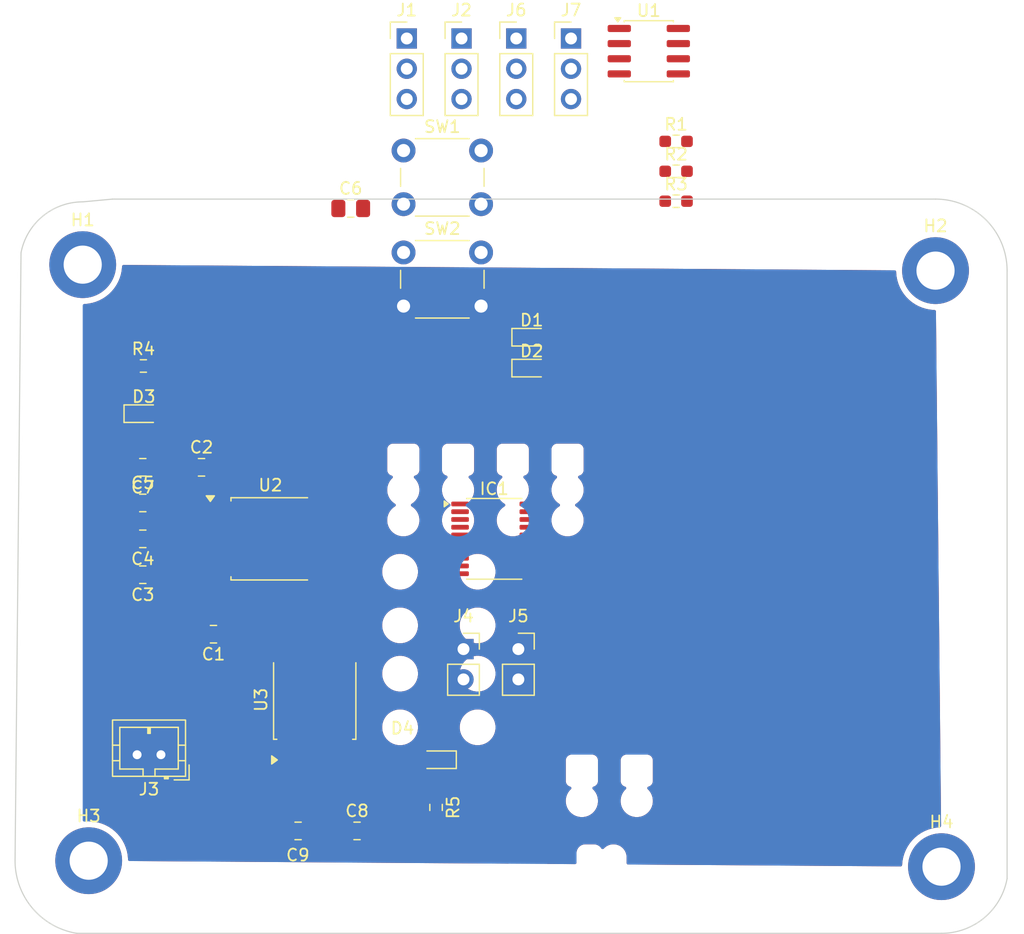
<source format=kicad_pcb>
(kicad_pcb (version 20241229) (generator "pcbnew") (generator_version "9.0")
  (layers (0 "F.Cu" signal) (2 "B.Cu" signal) (13 "F.Paste" user) (15 "B.Paste" user) (5 "F.SilkS" user "F.Silkscreen") (7 "B.SilkS" user "B.Silkscreen") (1 "F.Mask" user) (3 "B.Mask" user) (25 "Edge.Cuts" user))
  (net 0 "")
  (net 1 "ALIM_Trans")
  (net 2 "GND")
  (net 3 "VDD{slash}VDDA")
  (net 4 "NRST")
  (net 5 "Green_LED")
  (net 6 "Net-(D1-K)")
  (net 7 "LED_MOTEUR")
  (net 8 "Net-(D2-K)")
  (net 9 "Net-(D3-K)")
  (net 10 "Net-(D4-K)")
  (net 12 "TIM2_CH2")
  (net 13 "DEBUG_SWDIO")
  (net 16 "FDCAN1_RX")
  (net 19 "FDCAN1_TX")
  (net 20 "D_Botton")
  (net 21 "TIM2_CH1")
  (net 23 "DEBUG_SWCLK")
  (net 26 "CANH")
  (net 27 "CANL")
  (footprint "Resistor_SMD:R_0603_1608Metric_Pad0.98x0.95mm_HandSolder" (layer "F.Cu") (at 122.0875 73)
    (property "Reference" "R4" (at 0 -1.43 0) (layer "F.SilkS"))
    (property "Value" "330")
    (fp_line (start -0.254724 -0.5225) (end 0.254724 -0.5225) (stroke (width 0.12)) (layer "F.SilkS"))
    (fp_line (start -0.254724 0.5225) (end 0.254724 0.5225) (stroke (width 0.12)) (layer "F.SilkS"))
    (pad "1" smd roundrect (at -0.9125 0) (size 0.975 0.95) (layers "F.Cu" "F.Mask" "F.Paste") (net 9 "Net-(D3-K)"))
    (pad "2" smd roundrect (at 0.9125 0) (size 0.975 0.95) (layers "F.Cu" "F.Mask" "F.Paste") (net 2 "GND"))
  )
  (footprint "MountingHole:MountingHole_3.2mm_M3_DIN965_Pad" (layer "F.Cu") (at 117 64.5)
    (property "Reference" "H1" (at 0 -3.75 0) (layer "F.SilkS"))
    (property "Value" "MountingHole_Pad")
    (pad "1" thru_hole circle (at 0 0) (size 5.6 5.6) (drill 3.2) (layers "*.Cu" "*.Mask") (net 2 "GND"))
  )
  (footprint "Resistor_SMD:R_0603_1608Metric_Pad0.98x0.95mm_HandSolder" (layer "F.Cu") (at 166.75 54.1575)
    (property "Reference" "R1" (at 0 -1.43 0) (layer "F.SilkS"))
    (property "Value" "330")
    (fp_line (start -0.254724 -0.5225) (end 0.254724 -0.5225) (stroke (width 0.12)) (layer "F.SilkS"))
    (fp_line (start -0.254724 0.5225) (end 0.254724 0.5225) (stroke (width 0.12)) (layer "F.SilkS"))
    (pad "1" smd roundrect (at -0.9125 0) (size 0.975 0.95) (layers "F.Cu" "F.Mask" "F.Paste") (net 6 "Net-(D1-K)"))
    (pad "2" smd roundrect (at 0.9125 0) (size 0.975 0.95) (layers "F.Cu" "F.Mask" "F.Paste") (net 2 "GND"))
  )
  (footprint "Capacitor_SMD:C_0805_2012Metric_Pad1.18x1.45mm_HandSolder" (layer "F.Cu") (at 126.9625 81.5)
    (property "Reference" "C2" (at 0 -1.68 0) (layer "F.SilkS"))
    (property "Value" "10µF")
    (fp_line (start -0.261252 -0.735) (end 0.261252 -0.735) (stroke (width 0.12)) (layer "F.SilkS"))
    (fp_line (start -0.261252 0.735) (end 0.261252 0.735) (stroke (width 0.12)) (layer "F.SilkS"))
    (pad "1" smd roundrect (at -1.0375 0) (size 1.175 1.45) (layers "F.Cu" "F.Mask" "F.Paste") (roundrect_rratio 0.212766) (net 3 "VDD{slash}VDDA"))
    (pad "2" smd roundrect (at 1.0375 0) (size 1.175 1.45) (layers "F.Cu" "F.Mask" "F.Paste") (roundrect_rratio 0.212766) (net 2 "GND"))
  )
  (footprint "Capacitor_SMD:C_0805_2012Metric_Pad1.18x1.45mm_HandSolder" (layer "F.Cu") (at 127.9625 95.5 180)
    (property "Reference" "C1" (at 0 -1.68 0) (layer "F.SilkS"))
    (property "Value" "10µF")
    (fp_line (start -0.261252 0.735) (end 0.261252 0.735) (stroke (width 0.12)) (layer "F.SilkS"))
    (fp_line (start -0.261252 -0.735) (end 0.261252 -0.735) (stroke (width 0.12)) (layer "F.SilkS"))
    (pad "1" smd roundrect (at -1.0375 0 180) (size 1.175 1.45) (layers "F.Cu" "F.Mask" "F.Paste") (roundrect_rratio 0.212766) (net 1 "ALIM_Trans"))
    (pad "2" smd roundrect (at 1.0375 0 180) (size 1.175 1.45) (layers "F.Cu" "F.Mask" "F.Paste") (roundrect_rratio 0.212766) (net 2 "GND"))
  )
  (footprint "Resistor_SMD:R_0603_1608Metric_Pad0.98x0.95mm_HandSolder" (layer "F.Cu") (at 166.75 56.6675)
    (property "Reference" "R2" (at 0 -1.43 0) (layer "F.SilkS"))
    (property "Value" "100")
    (fp_line (start -0.254724 -0.5225) (end 0.254724 -0.5225) (stroke (width 0.12)) (layer "F.SilkS"))
    (fp_line (start -0.254724 0.5225) (end 0.254724 0.5225) (stroke (width 0.12)) (layer "F.SilkS"))
    (pad "1" smd roundrect (at -0.9125 0) (size 0.975 0.95) (layers "F.Cu" "F.Mask" "F.Paste") (net 8 "Net-(D2-K)"))
    (pad "2" smd roundrect (at 0.9125 0) (size 0.975 0.95) (layers "F.Cu" "F.Mask" "F.Paste") (net 2 "GND"))
  )
  (footprint "Connector_PinSocket_2.54mm:PinSocket_1x02_P2.54mm_Vertical" (layer "F.Cu") (at 153.525 96.75)
    (property "Reference" "J5" (at 0 -2.77 0) (layer "F.SilkS"))
    (property "Value" "Conn_Laser2")
    (fp_line (start -1.33 1.27) (end -1.33 3.87) (stroke (width 0.12)) (layer "F.SilkS"))
    (fp_line (start -1.33 1.27) (end 1.33 1.27) (stroke (width 0.12)) (layer "F.SilkS"))
    (fp_line (start -1.33 3.87) (end 1.33 3.87) (stroke (width 0.12)) (layer "F.SilkS"))
    (fp_line (start 0 -1.33) (end 1.33 -1.33) (stroke (width 0.12)) (layer "F.SilkS"))
    (fp_line (start 1.33 -1.33) (end 1.33 0) (stroke (width 0.12)) (layer "F.SilkS"))
    (fp_line (start 1.33 1.27) (end 1.33 3.87) (stroke (width 0.12)) (layer "F.SilkS"))
    (pad "1" thru_hole rect (at 0 0) (size 1.7 1.7) (drill 1) (layers "*.Cu" "*.Mask") (net 3 "VDD{slash}VDDA"))
    (pad "2" thru_hole circle (at 0 2.54) (size 1.7 1.7) (drill 1) (layers "*.Cu" "*.Mask") (net 12 "TIM2_CH2"))
  )
  (footprint "MountingHole:MountingHole_3.2mm_M3_DIN965_Pad" (layer "F.Cu") (at 117.5 114.5)
    (property "Reference" "H3" (at 0 -3.75 0) (layer "F.SilkS"))
    (property "Value" "MountingHole_Pad")
    (pad "1" thru_hole circle (at 0 0) (size 5.6 5.6) (drill 3.2) (layers "*.Cu" "*.Mask") (net 2 "GND"))
  )
  (footprint "Diode_SMD:D_0603_1608Metric_Pad1.05x0.95mm_HandSolder" (layer "F.Cu") (at 146.6625 106.03 180)
    (property "Reference" "D4" (at 2.855 2.6425 0) (layer "F.SilkS"))
    (property "Value" "LED_Trans")
    (fp_line (start 0.8 -0.735) (end -1.66 -0.735) (stroke (width 0.12)) (layer "F.SilkS"))
    (fp_line (start -1.66 0.735) (end 0.8 0.735) (stroke (width 0.12)) (layer "F.SilkS"))
    (fp_line (start -1.66 -0.735) (end -1.66 0.735) (stroke (width 0.12)) (layer "F.SilkS"))
    (pad "1" smd roundrect (at -0.875 0 180) (size 1.05 0.95) (layers "F.Cu" "F.Mask" "F.Paste") (net 10 "Net-(D4-K)"))
    (pad "2" smd roundrect (at 0.875 0 180) (size 1.05 0.95) (layers "F.Cu" "F.Mask" "F.Paste") (net 1 "ALIM_Trans"))
  )
  (footprint "Resistor_SMD:R_0603_1608Metric_Pad0.98x0.95mm_HandSolder" (layer "F.Cu") (at 166.75 59.1775)
    (property "Reference" "R3" (at 0 -1.43 0) (layer "F.SilkS"))
    (property "Value" "120")
    (fp_line (start -0.254724 -0.5225) (end 0.254724 -0.5225) (stroke (width 0.12)) (layer "F.SilkS"))
    (fp_line (start -0.254724 0.5225) (end 0.254724 0.5225) (stroke (width 0.12)) (layer "F.SilkS"))
    (pad "1" smd roundrect (at -0.9125 0) (size 0.975 0.95) (layers "F.Cu" "F.Mask" "F.Paste") (net 26 "CANH"))
    (pad "2" smd roundrect (at 0.9125 0) (size 0.975 0.95) (layers "F.Cu" "F.Mask" "F.Paste") (net 27 "CANL"))
  )
  (footprint "Capacitor_SMD:C_0805_2012Metric_Pad1.18x1.45mm_HandSolder" (layer "F.Cu") (at 122.0375 84.49)
    (property "Reference" "C5" (at 0 -1.68 0) (layer "F.SilkS"))
    (property "Value" "100nF")
    (fp_line (start -0.261252 -0.735) (end 0.261252 -0.735) (stroke (width 0.12)) (layer "F.SilkS"))
    (fp_line (start -0.261252 0.735) (end 0.261252 0.735) (stroke (width 0.12)) (layer "F.SilkS"))
    (pad "1" smd roundrect (at -1.0375 0) (size 1.175 1.45) (layers "F.Cu" "F.Mask" "F.Paste") (roundrect_rratio 0.212766) (net 2 "GND"))
    (pad "2" smd roundrect (at 1.0375 0) (size 1.175 1.45) (layers "F.Cu" "F.Mask" "F.Paste") (roundrect_rratio 0.212766) (net 3 "VDD{slash}VDDA"))
  )
  (footprint "Capacitor_SMD:C_0805_2012Metric_Pad1.18x1.45mm_HandSolder" (layer "F.Cu") (at 135.0575 112 180)
    (property "Reference" "C9" (at 0.02 -2.03 180) (layer "F.SilkS"))
    (property "Value" "10µF")
    (fp_line (start -0.261252 0.735) (end 0.261252 0.735) (stroke (width 0.12)) (layer "F.SilkS"))
    (fp_line (start -0.261252 -0.735) (end 0.261252 -0.735) (stroke (width 0.12)) (layer "F.SilkS"))
    (pad "1" smd roundrect (at -1.0375 0 180) (size 1.175 1.45) (layers "F.Cu" "F.Mask" "F.Paste") (roundrect_rratio 0.212766) (net 1 "ALIM_Trans"))
    (pad "2" smd roundrect (at 1.0375 0 180) (size 1.175 1.45) (layers "F.Cu" "F.Mask" "F.Paste") (roundrect_rratio 0.212766) (net 2 "GND"))
  )
  (footprint "Package_SO:SOIC-8_3.9x4.9mm_P1.27mm" (layer "F.Cu") (at 164.46 46.5925)
    (property "Reference" "U1" (at 0 -3.4 0) (layer "F.SilkS"))
    (property "Value" "MCP2562-E-SN")
    (fp_line (start -2.06 -2.56) (end 2.06 -2.56) (stroke (width 0.12)) (layer "F.SilkS"))
    (fp_line (start -2.06 -2.465) (end -2.06 -2.56) (stroke (width 0.12)) (layer "F.SilkS"))
    (fp_line (start -2.06 2.56) (end -2.06 2.465) (stroke (width 0.12)) (layer "F.SilkS"))
    (fp_line (start 2.06 -2.56) (end 2.06 -2.465) (stroke (width 0.12)) (layer "F.SilkS"))
    (fp_line (start 2.06 2.465) (end 2.06 2.56) (stroke (width 0.12)) (layer "F.SilkS"))
    (fp_line (start 2.06 2.56) (end -2.06 2.56) (stroke (width 0.12)) (layer "F.SilkS"))
    (fp_poly (pts (xy -2.6 -2.47) (xy -2.84 -2.8) (xy -2.36 -2.8)) (stroke (width 0.12)) (fill yes) (layer "F.SilkS"))
    (pad "1" smd roundrect (at -2.475 -1.905) (size 1.95 0.6) (layers "F.Cu" "F.Mask" "F.Paste") (net 19 "FDCAN1_TX"))
    (pad "2" smd roundrect (at -2.475 -0.635) (size 1.95 0.6) (layers "F.Cu" "F.Mask" "F.Paste") (net 2 "GND"))
    (pad "3" smd roundrect (at -2.475 0.635) (size 1.95 0.6) (layers "F.Cu" "F.Mask" "F.Paste") (net 1 "ALIM_Trans"))
    (pad "4" smd roundrect (at -2.475 1.905) (size 1.95 0.6) (layers "F.Cu" "F.Mask" "F.Paste") (net 16 "FDCAN1_RX"))
    (pad "5" smd roundrect (at 2.475 1.905) (size 1.95 0.6) (layers "F.Cu" "F.Mask" "F.Paste") (net 3 "VDD{slash}VDDA"))
    (pad "6" smd roundrect (at 2.475 0.635) (size 1.95 0.6) (layers "F.Cu" "F.Mask" "F.Paste") (net 27 "CANL"))
    (pad "7" smd roundrect (at 2.475 -0.635) (size 1.95 0.6) (layers "F.Cu" "F.Mask" "F.Paste") (net 26 "CANH"))
    (pad "8" smd roundrect (at 2.475 -1.905) (size 1.95 0.6) (layers "F.Cu" "F.Mask" "F.Paste") (net 2 "GND"))
  )
  (footprint "Diode_SMD:D_0603_1608Metric_Pad1.05x0.95mm_HandSolder" (layer "F.Cu") (at 154.645 70.5875)
    (property "Reference" "D1" (at 0 -1.43 0) (layer "F.SilkS"))
    (property "Value" "Green_LED")
    (fp_line (start -1.66 -0.735) (end -1.66 0.735) (stroke (width 0.12)) (layer "F.SilkS"))
    (fp_line (start -1.66 0.735) (end 0.8 0.735) (stroke (width 0.12)) (layer "F.SilkS"))
    (fp_line (start 0.8 -0.735) (end -1.66 -0.735) (stroke (width 0.12)) (layer "F.SilkS"))
    (pad "1" smd roundrect (at -0.875 0) (size 1.05 0.95) (layers "F.Cu" "F.Mask" "F.Paste") (net 6 "Net-(D1-K)"))
    (pad "2" smd roundrect (at 0.875 0) (size 1.05 0.95) (layers "F.Cu" "F.Mask" "F.Paste") (net 5 "Green_LED"))
  )
  (footprint "Resistor_SMD:R_0603_1608Metric_Pad0.98x0.95mm_HandSolder" (layer "F.Cu") (at 146.625 110.03 -90)
    (property "Reference" "R5" (at 0 -1.43 90) (layer "F.SilkS"))
    (property "Value" "330")
    (fp_line (start -0.254724 0.5225) (end 0.254724 0.5225) (stroke (width 0.12)) (layer "F.SilkS"))
    (fp_line (start -0.254724 -0.5225) (end 0.254724 -0.5225) (stroke (width 0.12)) (layer "F.SilkS"))
    (pad "1" smd roundrect (at -0.9125 0 270) (size 0.975 0.95) (layers "F.Cu" "F.Mask" "F.Paste") (net 10 "Net-(D4-K)"))
    (pad "2" smd roundrect (at 0.9125 0 270) (size 0.975 0.95) (layers "F.Cu" "F.Mask" "F.Paste") (net 2 "GND"))
  )
  (footprint "Diode_SMD:D_0603_1608Metric_Pad1.05x0.95mm_HandSolder" (layer "F.Cu") (at 122.125 77)
    (property "Reference" "D3" (at 0 -1.43 0) (layer "F.SilkS"))
    (property "Value" "LED_Alim")
    (fp_line (start -1.66 -0.735) (end -1.66 0.735) (stroke (width 0.12)) (layer "F.SilkS"))
    (fp_line (start -1.66 0.735) (end 0.8 0.735) (stroke (width 0.12)) (layer "F.SilkS"))
    (fp_line (start 0.8 -0.735) (end -1.66 -0.735) (stroke (width 0.12)) (layer "F.SilkS"))
    (pad "1" smd roundrect (at -0.875 0) (size 1.05 0.95) (layers "F.Cu" "F.Mask" "F.Paste") (net 9 "Net-(D3-K)"))
    (pad "2" smd roundrect (at 0.875 0) (size 1.05 0.95) (layers "F.Cu" "F.Mask" "F.Paste") (net 3 "VDD{slash}VDDA"))
  )
  (footprint "Connector_PinHeader_2.54mm:PinHeader_1x03_P2.54mm_Vertical" (layer "F.Cu") (at 144.17 45.5275)
    (property "Reference" "J1" (at 0 -2.38 0) (layer "F.SilkS"))
    (property "Value" "Conn_01x03_Pin")
    (fp_line (start -1.38 -1.38) (end 0 -1.38) (stroke (width 0.12)) (layer "F.SilkS"))
    (fp_line (start -1.38 0) (end -1.38 -1.38) (stroke (width 0.12)) (layer "F.SilkS"))
    (fp_line (start -1.38 1.27) (end -1.38 6.46) (stroke (width 0.12)) (layer "F.SilkS"))
    (fp_line (start -1.38 1.27) (end 1.38 1.27) (stroke (width 0.12)) (layer "F.SilkS"))
    (fp_line (start -1.38 6.46) (end 1.38 6.46) (stroke (width 0.12)) (layer "F.SilkS"))
    (fp_line (start 1.38 1.27) (end 1.38 6.46) (stroke (width 0.12)) (layer "F.SilkS"))
    (pad "1" thru_hole rect (at 0 0) (size 1.7 1.7) (drill 1) (layers "*.Cu" "*.Mask") (net 26 "CANH"))
    (pad "2" thru_hole circle (at 0 2.54) (size 1.7 1.7) (drill 1) (layers "*.Cu" "*.Mask") (net 2 "GND"))
    (pad "3" thru_hole circle (at 0 5.08) (size 1.7 1.7) (drill 1) (layers "*.Cu" "*.Mask") (net 27 "CANL"))
  )
  (footprint "Capacitor_SMD:C_0805_2012Metric_Pad1.18x1.45mm_HandSolder" (layer "F.Cu") (at 122.0375 81.5 180)
    (property "Reference" "C7" (at 0 -1.68 0) (layer "F.SilkS"))
    (property "Value" "100nF")
    (fp_line (start -0.261252 0.735) (end 0.261252 0.735) (stroke (width 0.12)) (layer "F.SilkS"))
    (fp_line (start -0.261252 -0.735) (end 0.261252 -0.735) (stroke (width 0.12)) (layer "F.SilkS"))
    (pad "1" smd roundrect (at -1.0375 0 180) (size 1.175 1.45) (layers "F.Cu" "F.Mask" "F.Paste") (roundrect_rratio 0.212766) (net 3 "VDD{slash}VDDA"))
    (pad "2" smd roundrect (at 1.0375 0 180) (size 1.175 1.45) (layers "F.Cu" "F.Mask" "F.Paste") (roundrect_rratio 0.212766) (net 2 "GND"))
  )
  (footprint "Connector_PinHeader_2.54mm:PinHeader_1x03_P2.54mm_Vertical" (layer "F.Cu") (at 153.35 45.5275)
    (property "Reference" "J6" (at 0 -2.38 0) (layer "F.SilkS"))
    (property "Value" "Conn_01x06_Pin")
    (fp_line (start -1.38 -1.38) (end 0 -1.38) (stroke (width 0.12)) (layer "F.SilkS"))
    (fp_line (start -1.38 0) (end -1.38 -1.38) (stroke (width 0.12)) (layer "F.SilkS"))
    (fp_line (start -1.38 1.27) (end -1.38 6.46) (stroke (width 0.12)) (layer "F.SilkS"))
    (fp_line (start -1.38 1.27) (end 1.38 1.27) (stroke (width 0.12)) (layer "F.SilkS"))
    (fp_line (start -1.38 6.46) (end 1.38 6.46) (stroke (width 0.12)) (layer "F.SilkS"))
    (fp_line (start 1.38 1.27) (end 1.38 6.46) (stroke (width 0.12)) (layer "F.SilkS"))
    (pad "1" thru_hole rect (at 0 0) (size 1.7 1.7) (drill 1) (layers "*.Cu" "*.Mask") (net 3 "VDD{slash}VDDA"))
    (pad "2" thru_hole circle (at 0 2.54) (size 1.7 1.7) (drill 1) (layers "*.Cu" "*.Mask") (net 23 "DEBUG_SWCLK"))
    (pad "3" thru_hole circle (at 0 5.08) (size 1.7 1.7) (drill 1) (layers "*.Cu" "*.Mask") (net 2 "GND"))
  )
  (footprint "Package_TO_SOT_SMD:TO-252-3_TabPin2" (layer "F.Cu") (at 132.74 87.5)
    (property "Reference" "U2" (at 0 -4.5 0) (layer "F.SilkS"))
    (property "Value" "LM1117DT-3.3")
    (fp_line (start -3.31 -3.45) (end -3.31 -3.18) (stroke (width 0.12)) (layer "F.SilkS"))
    (fp_line (start -3.31 3.45) (end -3.31 3.18) (stroke (width 0.12)) (layer "F.SilkS"))
    (fp_line (start 3.11 -3.45) (end -3.31 -3.45) (stroke (width 0.12)) (layer "F.SilkS"))
    (fp_line (start 3.11 3.45) (end -3.31 3.45) (stroke (width 0.12)) (layer "F.SilkS"))
    (fp_poly (pts (xy -5.04 -3.14) (xy -5.38 -3.61) (xy -4.7 -3.61)) (stroke (width 0.12)) (fill yes) (layer "F.SilkS"))
    (pad "1" smd roundrect (at -5.04 -2.28) (size 2.2 1.2) (layers "F.Cu" "F.Mask" "F.Paste") (roundrect_rratio 0.208333) (net 2 "GND"))
    (pad "2" smd roundrect (at -5.04 0) (size 2.2 1.2) (layers "F.Cu" "F.Mask" "F.Paste") (roundrect_rratio 0.208333) (net 3 "VDD{slash}VDDA"))
    (pad "2" smd roundrect (at 1.26 0) (size 6.4 5.8) (layers "F.Cu" "F.Mask") (roundrect_rratio 0.043103) (net 3 "VDD{slash}VDDA"))
    (pad "3" smd roundrect (at -5.04 2.28) (size 2.2 1.2) (layers "F.Cu" "F.Mask" "F.Paste") (roundrect_rratio 0.208333) (net 1 "ALIM_Trans"))
  )
  (footprint "Package_SO:TSSOP-20_4.4x6.5mm_P0.65mm" (layer "F.Cu") (at 151.5 87.5)
    (property "Reference" "IC1" (at 0 -4.2 0) (layer "F.SilkS"))
    (property "Value" "STM32C092FCP6")
    (fp_line (start -2.31 -3.385) (end 2.31 -3.385) (stroke (width 0.12)) (layer "F.SilkS"))
    (fp_line (start 2.31 3.385) (end -2.31 3.385) (stroke (width 0.12)) (layer "F.SilkS"))
    (fp_poly (pts (xy -3.86 -2.93) (xy -4.19 -2.69) (xy -4.19 -3.17)) (stroke (width 0.12)) (fill yes) (layer "F.SilkS"))
    (pad "1" smd roundrect (at -2.8625 -2.925) (size 1.475 0.4) (layers "F.Cu" "F.Mask" "F.Paste"))
    (pad "2" smd roundrect (at -2.8625 -2.275) (size 1.475 0.4) (layers "F.Cu" "F.Mask" "F.Paste"))
    (pad "3" smd roundrect (at -2.8625 -1.625) (size 1.475 0.4) (layers "F.Cu" "F.Mask" "F.Paste"))
    (pad "4" smd roundrect (at -2.8625 -0.975) (size 1.475 0.4) (layers "F.Cu" "F.Mask" "F.Paste") (net 3 "VDD{slash}VDDA"))
    (pad "5" smd roundrect (at -2.8625 -0.325) (size 1.475 0.4) (layers "F.Cu" "F.Mask" "F.Paste") (net 2 "GND"))
    (pad "6" smd roundrect (at -2.8625 0.325) (size 1.475 0.4) (layers "F.Cu" "F.Mask" "F.Paste") (net 4 "NRST"))
    (pad "7" smd roundrect (at -2.8625 0.975) (size 1.475 0.4) (layers "F.Cu" "F.Mask" "F.Paste") (net 21 "TIM2_CH1"))
    (pad "8" smd roundrect (at -2.8625 1.625) (size 1.475 0.4) (layers "F.Cu" "F.Mask" "F.Paste") (net 12 "TIM2_CH2"))
    (pad "9" smd roundrect (at -2.8625 2.275) (size 1.475 0.4) (layers "F.Cu" "F.Mask" "F.Paste"))
    (pad "10" smd roundrect (at -2.8625 2.925) (size 1.475 0.4) (layers "F.Cu" "F.Mask" "F.Paste"))
    (pad "11" smd roundrect (at 2.8625 2.925) (size 1.475 0.4) (layers "F.Cu" "F.Mask" "F.Paste") (net 20 "D_Botton"))
    (pad "12" smd roundrect (at 2.8625 2.275) (size 1.475 0.4) (layers "F.Cu" "F.Mask" "F.Paste") (net 7 "LED_MOTEUR"))
    (pad "13" smd roundrect (at 2.8625 1.625) (size 1.475 0.4) (layers "F.Cu" "F.Mask" "F.Paste"))
    (pad "14" smd roundrect (at 2.8625 0.975) (size 1.475 0.4) (layers "F.Cu" "F.Mask" "F.Paste"))
    (pad "15" smd roundrect (at 2.8625 0.325) (size 1.475 0.4) (layers "F.Cu" "F.Mask" "F.Paste") (net 16 "FDCAN1_RX"))
    (pad "16" smd roundrect (at 2.8625 -0.325) (size 1.475 0.4) (layers "F.Cu" "F.Mask" "F.Paste") (net 5 "Green_LED"))
    (pad "17" smd roundrect (at 2.8625 -0.975) (size 1.475 0.4) (layers "F.Cu" "F.Mask" "F.Paste"))
    (pad "18" smd roundrect (at 2.8625 -1.625) (size 1.475 0.4) (layers "F.Cu" "F.Mask" "F.Paste") (net 13 "DEBUG_SWDIO"))
    (pad "19" smd roundrect (at 2.8625 -2.275) (size 1.475 0.4) (layers "F.Cu" "F.Mask" "F.Paste") (net 23 "DEBUG_SWCLK"))
    (pad "20" smd roundrect (at 2.8625 -2.925) (size 1.475 0.4) (layers "F.Cu" "F.Mask" "F.Paste") (net 19 "FDCAN1_TX"))
  )
  (footprint "Connector_PinSocket_2.54mm:PinSocket_1x02_P2.54mm_Vertical" (layer "F.Cu") (at 148.925 96.75)
    (property "Reference" "J4" (at 0 -2.77 0) (layer "F.SilkS"))
    (property "Value" "Conn_Laser1")
    (fp_line (start -1.33 1.27) (end -1.33 3.87) (stroke (width 0.12)) (layer "F.SilkS"))
    (fp_line (start -1.33 1.27) (end 1.33 1.27) (stroke (width 0.12)) (layer "F.SilkS"))
    (fp_line (start -1.33 3.87) (end 1.33 3.87) (stroke (width 0.12)) (layer "F.SilkS"))
    (fp_line (start 0 -1.33) (end 1.33 -1.33) (stroke (width 0.12)) (layer "F.SilkS"))
    (fp_line (start 1.33 -1.33) (end 1.33 0) (stroke (width 0.12)) (layer "F.SilkS"))
    (fp_line (start 1.33 1.27) (end 1.33 3.87) (stroke (width 0.12)) (layer "F.SilkS"))
    (pad "1" thru_hole rect (at 0 0) (size 1.7 1.7) (drill 1) (layers "*.Cu" "*.Mask") (net 3 "VDD{slash}VDDA"))
    (pad "2" thru_hole circle (at 0 2.54) (size 1.7 1.7) (drill 1) (layers "*.Cu" "*.Mask") (net 21 "TIM2_CH1"))
  )
  (footprint "Capacitor_SMD:C_0805_2012Metric_Pad1.18x1.45mm_HandSolder" (layer "F.Cu") (at 139.47 59.7875)
    (property "Reference" "C6" (at 0 -1.68 0) (layer "F.SilkS"))
    (property "Value" "100nF")
    (fp_line (start -0.261252 -0.735) (end 0.261252 -0.735) (stroke (width 0.12)) (layer "F.SilkS"))
    (fp_line (start -0.261252 0.735) (end 0.261252 0.735) (stroke (width 0.12)) (layer "F.SilkS"))
    (pad "1" smd roundrect (at -1.0375 0) (size 1.175 1.45) (layers "F.Cu" "F.Mask" "F.Paste") (roundrect_rratio 0.212766) (net 2 "GND"))
    (pad "2" smd roundrect (at 1.0375 0) (size 1.175 1.45) (layers "F.Cu" "F.Mask" "F.Paste") (roundrect_rratio 0.212766) (net 4 "NRST"))
  )
  (footprint "Connector_JST:JST_PH_B2B-PH-K_1x02_P2.00mm_Vertical" (layer "F.Cu") (at 123.56 105.61 180)
    (property "Reference" "J3" (at 1 -2.9 0) (layer "F.SilkS"))
    (property "Value" "Conn_Alim")
    (fp_line (start 4.06 0.8) (end 3.45 0.8) (stroke (width 0.12)) (layer "F.SilkS"))
    (fp_line (start 4.06 -0.5) (end 3.45 -0.5) (stroke (width 0.12)) (layer "F.SilkS"))
    (fp_line (start 3.45 2.3) (end 3.45 -1.2) (stroke (width 0.12)) (layer "F.SilkS"))
    (fp_line (start 3.45 -1.2) (end 1.5 -1.2) (stroke (width 0.12)) (layer "F.SilkS"))
    (fp_line (start 1.5 -1.2) (end 1.5 -1.81) (stroke (width 0.12)) (layer "F.SilkS"))
    (fp_line (start 1.1 1.8) (end 1.1 2.3) (stroke (width 0.12)) (layer "F.SilkS"))
    (fp_line (start 1 2.3) (end 1 1.8) (stroke (width 0.12)) (layer "F.SilkS"))
    (fp_line (start 0.9 2.3) (end 0.9 1.8) (stroke (width 0.12)) (layer "F.SilkS"))
    (fp_line (start 0.9 1.8) (end 1.1 1.8) (stroke (width 0.12)) (layer "F.SilkS"))
    (fp_line (start 0.5 -1.2) (end -1.45 -1.2) (stroke (width 0.12)) (layer "F.SilkS"))
    (fp_line (start 0.5 -1.81) (end 0.5 -1.2) (stroke (width 0.12)) (layer "F.SilkS"))
    (fp_line (start -0.3 -1.81) (end -0.3 -2.01) (stroke (width 0.12)) (layer "F.SilkS"))
    (fp_line (start -0.3 -1.91) (end -0.6 -1.91) (stroke (width 0.12)) (layer "F.SilkS"))
    (fp_line (start -0.3 -2.01) (end -0.6 -2.01) (stroke (width 0.12)) (layer "F.SilkS"))
    (fp_line (start -0.6 -2.01) (end -0.6 -1.81) (stroke (width 0.12)) (layer "F.SilkS"))
    (fp_line (start -1.11 -2.11) (end -2.36 -2.11) (stroke (width 0.12)) (layer "F.SilkS"))
    (fp_line (start -1.45 2.3) (end 3.45 2.3) (stroke (width 0.12)) (layer "F.SilkS"))
    (fp_line (start -1.45 -1.2) (end -1.45 2.3) (stroke (width 0.12)) (layer "F.SilkS"))
    (fp_line (start -2.06 0.8) (end -1.45 0.8) (stroke (width 0.12)) (layer "F.SilkS"))
    (fp_line (start -2.06 -0.5) (end -1.45 -0.5) (stroke (width 0.12)) (layer "F.SilkS"))
    (fp_line (start -2.36 -2.11) (end -2.36 -0.86) (stroke (width 0.12)) (layer "F.SilkS"))
    (fp_rect (start -2.06 -1.81) (end 4.06 2.91) (stroke (width 0.12)) (fill no) (layer "F.SilkS"))
    (pad "1" thru_hole roundrect (at 0 0 180) (size 1.2 1.75) (drill 0.75) (layers "*.Cu" "*.Mask") (roundrect_rratio 0.208333) (net 1 "ALIM_Trans"))
    (pad "2" thru_hole oval (at 2 0 180) (size 1.2 1.75) (drill 0.75) (layers "*.Cu" "*.Mask") (net 2 "GND"))
  )
  (footprint "Capacitor_SMD:C_0805_2012Metric_Pad1.18x1.45mm_HandSolder" (layer "F.Cu") (at 122.0375 87.5 180)
    (property "Reference" "C4" (at 0 -1.68 0) (layer "F.SilkS"))
    (property "Value" "100nF")
    (fp_line (start -0.261252 0.735) (end 0.261252 0.735) (stroke (width 0.12)) (layer "F.SilkS"))
    (fp_line (start -0.261252 -0.735) (end 0.261252 -0.735) (stroke (width 0.12)) (layer "F.SilkS"))
    (pad "1" smd roundrect (at -1.0375 0 180) (size 1.175 1.45) (layers "F.Cu" "F.Mask" "F.Paste") (roundrect_rratio 0.212766) (net 3 "VDD{slash}VDDA"))
    (pad "2" smd roundrect (at 1.0375 0 180) (size 1.175 1.45) (layers "F.Cu" "F.Mask" "F.Paste") (roundrect_rratio 0.212766) (net 2 "GND"))
  )
  (footprint "Diode_SMD:D_0603_1608Metric_Pad1.05x0.95mm_HandSolder" (layer "F.Cu") (at 154.645 73.1775)
    (property "Reference" "D2" (at 0 -1.43 0) (layer "F.SilkS"))
    (property "Value" "Blue_LED")
    (fp_line (start -1.66 -0.735) (end -1.66 0.735) (stroke (width 0.12)) (layer "F.SilkS"))
    (fp_line (start -1.66 0.735) (end 0.8 0.735) (stroke (width 0.12)) (layer "F.SilkS"))
    (fp_line (start 0.8 -0.735) (end -1.66 -0.735) (stroke (width 0.12)) (layer "F.SilkS"))
    (pad "1" smd roundrect (at -0.875 0) (size 1.05 0.95) (layers "F.Cu" "F.Mask" "F.Paste") (net 8 "Net-(D2-K)"))
    (pad "2" smd roundrect (at 0.875 0) (size 1.05 0.95) (layers "F.Cu" "F.Mask" "F.Paste") (net 7 "LED_MOTEUR"))
  )
  (footprint "Button_Switch_THT:SW_PUSH_6mm" (layer "F.Cu") (at 143.9 63.4775)
    (property "Reference" "SW2" (at 3.25 -2 0) (layer "F.SilkS"))
    (property "Value" "Debug_Botton")
    (fp_line (start -0.25 1.5) (end -0.25 3) (stroke (width 0.12)) (layer "F.SilkS"))
    (fp_line (start 1 5.5) (end 5.5 5.5) (stroke (width 0.12)) (layer "F.SilkS"))
    (fp_line (start 5.5 -1) (end 1 -1) (stroke (width 0.12)) (layer "F.SilkS"))
    (fp_line (start 6.75 3) (end 6.75 1.5) (stroke (width 0.12)) (layer "F.SilkS"))
    (pad "1" thru_hole circle (at 0 0 90) (size 2 2) (drill 1.1) (layers "*.Cu" "*.Mask") (net 20 "D_Botton"))
    (pad "1" thru_hole circle (at 6.5 0 90) (size 2 2) (drill 1.1) (layers "*.Cu" "*.Mask") (net 20 "D_Botton"))
    (pad "2" thru_hole circle (at 0 4.5 90) (size 2 2) (drill 1.1) (layers "*.Cu" "*.Mask") (net 2 "GND"))
    (pad "2" thru_hole circle (at 6.5 4.5 90) (size 2 2) (drill 1.1) (layers "*.Cu" "*.Mask") (net 2 "GND"))
  )
  (footprint "Connector_PinHeader_2.54mm:PinHeader_1x03_P2.54mm_Vertical" (layer "F.Cu") (at 148.76 45.5275)
    (property "Reference" "J2" (at 0 -2.38 0) (layer "F.SilkS"))
    (property "Value" "Conn_01x03_Pin")
    (fp_line (start -1.38 -1.38) (end 0 -1.38) (stroke (width 0.12)) (layer "F.SilkS"))
    (fp_line (start -1.38 0) (end -1.38 -1.38) (stroke (width 0.12)) (layer "F.SilkS"))
    (fp_line (start -1.38 1.27) (end -1.38 6.46) (stroke (width 0.12)) (layer "F.SilkS"))
    (fp_line (start -1.38 1.27) (end 1.38 1.27) (stroke (width 0.12)) (layer "F.SilkS"))
    (fp_line (start -1.38 6.46) (end 1.38 6.46) (stroke (width 0.12)) (layer "F.SilkS"))
    (fp_line (start 1.38 1.27) (end 1.38 6.46) (stroke (width 0.12)) (layer "F.SilkS"))
    (pad "1" thru_hole rect (at 0 0) (size 1.7 1.7) (drill 1) (layers "*.Cu" "*.Mask") (net 26 "CANH"))
    (pad "2" thru_hole circle (at 0 2.54) (size 1.7 1.7) (drill 1) (layers "*.Cu" "*.Mask") (net 2 "GND"))
    (pad "3" thru_hole circle (at 0 5.08) (size 1.7 1.7) (drill 1) (layers "*.Cu" "*.Mask") (net 27 "CANL"))
  )
  (footprint "Capacitor_SMD:C_0805_2012Metric_Pad1.18x1.45mm_HandSolder" (layer "F.Cu") (at 140 112)
    (property "Reference" "C8" (at 0 -1.68 0) (layer "F.SilkS"))
    (property "Value" "10µF")
    (fp_line (start -0.261252 -0.735) (end 0.261252 -0.735) (stroke (width 0.12)) (layer "F.SilkS"))
    (fp_line (start -0.261252 0.735) (end 0.261252 0.735) (stroke (width 0.12)) (layer "F.SilkS"))
    (pad "1" smd roundrect (at -1.0375 0) (size 1.175 1.45) (layers "F.Cu" "F.Mask" "F.Paste") (roundrect_rratio 0.212766) (net 1 "ALIM_Trans"))
    (pad "2" smd roundrect (at 1.0375 0) (size 1.175 1.45) (layers "F.Cu" "F.Mask" "F.Paste") (roundrect_rratio 0.212766) (net 2 "GND"))
  )
  (footprint "Connector_PinHeader_2.54mm:PinHeader_1x03_P2.54mm_Vertical" (layer "F.Cu") (at 157.94 45.5275)
    (property "Reference" "J7" (at 0 -2.38 0) (layer "F.SilkS"))
    (property "Value" "Conn_01x06_Pin")
    (fp_line (start -1.38 -1.38) (end 0 -1.38) (stroke (width 0.12)) (layer "F.SilkS"))
    (fp_line (start -1.38 0) (end -1.38 -1.38) (stroke (width 0.12)) (layer "F.SilkS"))
    (fp_line (start -1.38 1.27) (end -1.38 6.46) (stroke (width 0.12)) (layer "F.SilkS"))
    (fp_line (start -1.38 1.27) (end 1.38 1.27) (stroke (width 0.12)) (layer "F.SilkS"))
    (fp_line (start -1.38 6.46) (end 1.38 6.46) (stroke (width 0.12)) (layer "F.SilkS"))
    (fp_line (start 1.38 1.27) (end 1.38 6.46) (stroke (width 0.12)) (layer "F.SilkS"))
    (pad "1" thru_hole rect (at 0 0) (size 1.7 1.7) (drill 1) (layers "*.Cu" "*.Mask"))
    (pad "2" thru_hole circle (at 0 2.54) (size 1.7 1.7) (drill 1) (layers "*.Cu" "*.Mask") (net 2 "GND"))
    (pad "3" thru_hole circle (at 0 5.08) (size 1.7 1.7) (drill 1) (layers "*.Cu" "*.Mask") (net 21 "TIM2_CH1"))
  )
  (footprint "Capacitor_SMD:C_0805_2012Metric_Pad1.18x1.45mm_HandSolder" (layer "F.Cu") (at 122.0375 90.51 180)
    (property "Reference" "C3" (at 0 -1.68 0) (layer "F.SilkS"))
    (property "Value" "4.7µF")
    (fp_line (start -0.261252 0.735) (end 0.261252 0.735) (stroke (width 0.12)) (layer "F.SilkS"))
    (fp_line (start -0.261252 -0.735) (end 0.261252 -0.735) (stroke (width 0.12)) (layer "F.SilkS"))
    (pad "1" smd roundrect (at -1.0375 0 180) (size 1.175 1.45) (layers "F.Cu" "F.Mask" "F.Paste") (roundrect_rratio 0.212766) (net 3 "VDD{slash}VDDA"))
    (pad "2" smd roundrect (at 1.0375 0 180) (size 1.175 1.45) (layers "F.Cu" "F.Mask" "F.Paste") (roundrect_rratio 0.212766) (net 2 "GND"))
  )
  (footprint "Package_TO_SOT_SMD:TO-252-3_TabPin2" (layer "F.Cu") (at 136.4525 101.005 90)
    (property "Reference" "U3" (at 0 -4.5 90) (layer "F.SilkS"))
    (property "Value" "LM1117DT-5.0")
    (fp_line (start 3.11 -3.45) (end -3.31 -3.45) (stroke (width 0.12)) (layer "F.SilkS"))
    (fp_line (start -3.31 -3.45) (end -3.31 -3.18) (stroke (width 0.12)) (layer "F.SilkS"))
    (fp_line (start 3.11 3.45) (end -3.31 3.45) (stroke (width 0.12)) (layer "F.SilkS"))
    (fp_line (start -3.31 3.45) (end -3.31 3.18) (stroke (width 0.12)) (layer "F.SilkS"))
    (fp_poly (pts (xy -5.04 -3.14) (xy -5.38 -3.61) (xy -4.7 -3.61)) (stroke (width 0.12)) (fill yes) (layer "F.SilkS"))
    (pad "1" smd roundrect (at -5.04 -2.28 90) (size 2.2 1.2) (layers "F.Cu" "F.Mask" "F.Paste") (roundrect_rratio 0.208333) (net 2 "GND"))
    (pad "2" smd roundrect (at -5.04 0 90) (size 2.2 1.2) (layers "F.Cu" "F.Mask" "F.Paste") (roundrect_rratio 0.208333) (net 1 "ALIM_Trans"))
    (pad "2" smd roundrect (at 1.26 0 90) (size 6.4 5.8) (layers "F.Cu" "F.Mask") (roundrect_rratio 0.043103) (net 1 "ALIM_Trans"))
    (pad "3" smd roundrect (at -5.04 2.28 90) (size 2.2 1.2) (layers "F.Cu" "F.Mask" "F.Paste") (roundrect_rratio 0.208333) (net 1 "ALIM_Trans"))
  )
  (footprint "MountingHole:MountingHole_3.2mm_M3_DIN965_Pad" (layer "F.Cu") (at 188.5 65)
    (property "Reference" "H2" (at 0 -3.75 0) (layer "F.SilkS"))
    (property "Value" "MountingHole_Pad")
    (pad "1" thru_hole circle (at 0 0) (size 5.6 5.6) (drill 3.2) (layers "*.Cu" "*.Mask") (net 2 "GND"))
  )
  (footprint "MountingHole:MountingHole_3.2mm_M3_DIN965_Pad" (layer "F.Cu") (at 189 115)
    (property "Reference" "H4" (at 0 -3.75 0) (layer "F.SilkS"))
    (property "Value" "MountingHole_Pad")
    (pad "1" thru_hole circle (at 0 0) (size 5.6 5.6) (drill 3.2) (layers "*.Cu" "*.Mask") (net 2 "GND"))
  )
  (footprint "Button_Switch_THT:SW_PUSH_6mm" (layer "F.Cu") (at 143.9 54.9275)
    (property "Reference" "SW1" (at 3.25 -2 0) (layer "F.SilkS"))
    (property "Value" "Reset_Botton")
    (fp_line (start -0.25 1.5) (end -0.25 3) (stroke (width 0.12)) (layer "F.SilkS"))
    (fp_line (start 1 5.5) (end 5.5 5.5) (stroke (width 0.12)) (layer "F.SilkS"))
    (fp_line (start 5.5 -1) (end 1 -1) (stroke (width 0.12)) (layer "F.SilkS"))
    (fp_line (start 6.75 3) (end 6.75 1.5) (stroke (width 0.12)) (layer "F.SilkS"))
    (pad "1" thru_hole circle (at 0 0 90) (size 2 2) (drill 1.1) (layers "*.Cu" "*.Mask") (net 4 "NRST"))
    (pad "1" thru_hole circle (at 6.5 0 90) (size 2 2) (drill 1.1) (layers "*.Cu" "*.Mask") (net 4 "NRST"))
    (pad "2" thru_hole circle (at 0 4.5 90) (size 2 2) (drill 1.1) (layers "*.Cu" "*.Mask") (net 2 "GND"))
    (pad "2" thru_hole circle (at 6.5 4.5 90) (size 2 2) (drill 1.1) (layers "*.Cu" "*.Mask") (net 2 "GND"))
  )
  (gr_arc (start 194.5 116) (mid 192.581887 119.291863) (end 189 120.59017) (stroke (width 0.1)) (layer "Edge.Cuts"))
  (gr_line (start 119.5 59) (end 188.5 59) (stroke (width 0.1)) (layer "Edge.Cuts"))
  (gr_line (start 194.5 116) (end 194.5 65) (stroke (width 0.1)) (layer "Edge.Cuts"))
  (gr_line (start 111.328277 114.5) (end 111.828277 63.5) (stroke (width 0.1)) (layer "Edge.Cuts"))
  (gr_arc (start 111.828277 63.5) (mid 113.647448 60.437105) (end 117 59.232485) (stroke (width 0.1)) (layer "Edge.Cuts"))
  (gr_line (start 117 59.232485) (end 119.5 59) (stroke (width 0.1)) (layer "Edge.Cuts"))
  (gr_arc (start 188.5 59) (mid 192.742641 60.757359) (end 194.5 65) (stroke (width 0.1)) (layer "Edge.Cuts"))
  (gr_line (start 116.5 120.59017) (end 189 120.59017) (stroke (width 0.1)) (layer "Edge.Cuts"))
  (gr_arc (start 116.5 120.59017) (mid 112.795646 118.4949) (end 111.328277 114.5) (stroke (width 0.1)) (layer "Edge.Cuts"))
  (zone (net 0) (net_name "") (layer "F.Cu") (connect_pads (clearance 0.5)) (min_thickness 0.25) (fill yes (thermal_gap 0.5) (thermal_bridge_width 0.5) (island_removal_mode 1) (island_area_min 10))
    (polygon (pts (xy 117 64.5) (xy 188.5 65) (xy 189 115) (xy 117.5 114.5)))
  )
  (zone (net 0) (net_name "") (layer "B.Cu") (priority 1) (connect_pads (clearance 0.5)) (min_thickness 0.25) (fill yes (thermal_gap 0.5) (thermal_bridge_width 0.5) (island_removal_mode 1) (island_area_min 10))
    (polygon (pts (xy 117 64.5) (xy 188.5 65) (xy 189 115) (xy 117 114.5)))
  )
)
</source>
